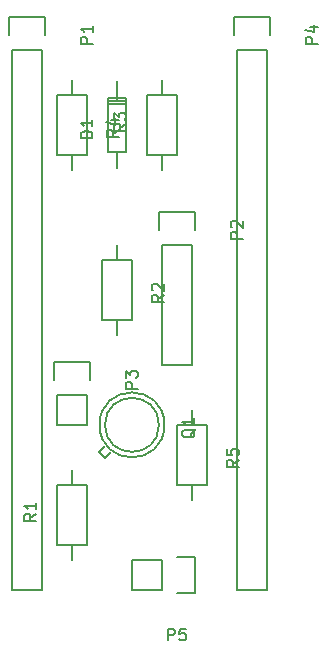
<source format=gbr>
G04 #@! TF.FileFunction,Legend,Top*
%FSLAX46Y46*%
G04 Gerber Fmt 4.6, Leading zero omitted, Abs format (unit mm)*
G04 Created by KiCad (PCBNEW 4.0.3+e1-6302~38~ubuntu16.04.1-stable) date Tue Aug 16 16:02:34 2016*
%MOMM*%
%LPD*%
G01*
G04 APERTURE LIST*
%ADD10C,0.100000*%
%ADD11C,0.150000*%
G04 APERTURE END LIST*
D10*
D11*
X68582540Y-86106520D02*
X68582540Y-87503520D01*
X68582540Y-81661520D02*
X68582540Y-80137520D01*
X69344540Y-82042520D02*
X67820540Y-82042520D01*
X69344540Y-81788520D02*
X67820540Y-81788520D01*
X68582540Y-81534520D02*
X67820540Y-81534520D01*
X67820540Y-81534520D02*
X67820540Y-86106520D01*
X67820540Y-86106520D02*
X69344540Y-86106520D01*
X69344540Y-86106520D02*
X69344540Y-81534520D01*
X69344540Y-81534520D02*
X68582540Y-81534520D01*
X59690000Y-77470000D02*
X59690000Y-123190000D01*
X59690000Y-123190000D02*
X62230000Y-123190000D01*
X62230000Y-123190000D02*
X62230000Y-77470000D01*
X59410000Y-74650000D02*
X59410000Y-76200000D01*
X59690000Y-77470000D02*
X62230000Y-77470000D01*
X62510000Y-76200000D02*
X62510000Y-74650000D01*
X62510000Y-74650000D02*
X59410000Y-74650000D01*
X72390000Y-93980000D02*
X72390000Y-104140000D01*
X72390000Y-104140000D02*
X74930000Y-104140000D01*
X74930000Y-104140000D02*
X74930000Y-93980000D01*
X72110000Y-91160000D02*
X72110000Y-92710000D01*
X72390000Y-93980000D02*
X74930000Y-93980000D01*
X75210000Y-92710000D02*
X75210000Y-91160000D01*
X75210000Y-91160000D02*
X72110000Y-91160000D01*
X63220000Y-103860000D02*
X63220000Y-105410000D01*
X63500000Y-109220000D02*
X63500000Y-106680000D01*
X63500000Y-106680000D02*
X66040000Y-106680000D01*
X66320000Y-105410000D02*
X66320000Y-103860000D01*
X66320000Y-103860000D02*
X63220000Y-103860000D01*
X66040000Y-106680000D02*
X66040000Y-109220000D01*
X66040000Y-109220000D02*
X63500000Y-109220000D01*
X78740000Y-77470000D02*
X78740000Y-123190000D01*
X78740000Y-123190000D02*
X81280000Y-123190000D01*
X81280000Y-123190000D02*
X81280000Y-77470000D01*
X78460000Y-74650000D02*
X78460000Y-76200000D01*
X78740000Y-77470000D02*
X81280000Y-77470000D01*
X81560000Y-76200000D02*
X81560000Y-74650000D01*
X81560000Y-74650000D02*
X78460000Y-74650000D01*
X75210000Y-120370000D02*
X73660000Y-120370000D01*
X69850000Y-120650000D02*
X72390000Y-120650000D01*
X72390000Y-120650000D02*
X72390000Y-123190000D01*
X73660000Y-123470000D02*
X75210000Y-123470000D01*
X75210000Y-123470000D02*
X75210000Y-120370000D01*
X72390000Y-123190000D02*
X69850000Y-123190000D01*
X69850000Y-123190000D02*
X69850000Y-120650000D01*
X67564000Y-112014000D02*
X68072000Y-111506000D01*
X67564000Y-110998000D02*
X67056000Y-111506000D01*
X67056000Y-111506000D02*
X67564000Y-112014000D01*
X72136000Y-109220000D02*
G75*
G03X72136000Y-109220000I-2286000J0D01*
G01*
X72600000Y-109220000D02*
G75*
G03X72600000Y-109220000I-2750000J0D01*
G01*
X63500000Y-119380000D02*
X63500000Y-114300000D01*
X63500000Y-114300000D02*
X66040000Y-114300000D01*
X66040000Y-114300000D02*
X66040000Y-119380000D01*
X66040000Y-119380000D02*
X63500000Y-119380000D01*
X64770000Y-119380000D02*
X64770000Y-120650000D01*
X64770000Y-114300000D02*
X64770000Y-113030000D01*
X69850000Y-95250000D02*
X69850000Y-100330000D01*
X69850000Y-100330000D02*
X67310000Y-100330000D01*
X67310000Y-100330000D02*
X67310000Y-95250000D01*
X67310000Y-95250000D02*
X69850000Y-95250000D01*
X68580000Y-95250000D02*
X68580000Y-93980000D01*
X68580000Y-100330000D02*
X68580000Y-101600000D01*
X71120000Y-86360000D02*
X71120000Y-81280000D01*
X71120000Y-81280000D02*
X73660000Y-81280000D01*
X73660000Y-81280000D02*
X73660000Y-86360000D01*
X73660000Y-86360000D02*
X71120000Y-86360000D01*
X72390000Y-86360000D02*
X72390000Y-87630000D01*
X72390000Y-81280000D02*
X72390000Y-80010000D01*
X66040000Y-81280000D02*
X66040000Y-86360000D01*
X66040000Y-86360000D02*
X63500000Y-86360000D01*
X63500000Y-86360000D02*
X63500000Y-81280000D01*
X63500000Y-81280000D02*
X66040000Y-81280000D01*
X64770000Y-81280000D02*
X64770000Y-80010000D01*
X64770000Y-86360000D02*
X64770000Y-87630000D01*
X76200000Y-109220000D02*
X76200000Y-114300000D01*
X76200000Y-114300000D02*
X73660000Y-114300000D01*
X73660000Y-114300000D02*
X73660000Y-109220000D01*
X73660000Y-109220000D02*
X76200000Y-109220000D01*
X74930000Y-109220000D02*
X74930000Y-107950000D01*
X74930000Y-114300000D02*
X74930000Y-115570000D01*
X66494921Y-84908615D02*
X65494921Y-84908615D01*
X65494921Y-84670520D01*
X65542540Y-84527662D01*
X65637778Y-84432424D01*
X65733016Y-84384805D01*
X65923492Y-84337186D01*
X66066350Y-84337186D01*
X66256826Y-84384805D01*
X66352064Y-84432424D01*
X66447302Y-84527662D01*
X66494921Y-84670520D01*
X66494921Y-84908615D01*
X66494921Y-83384805D02*
X66494921Y-83956234D01*
X66494921Y-83670520D02*
X65494921Y-83670520D01*
X65637778Y-83765758D01*
X65733016Y-83860996D01*
X65780635Y-83956234D01*
X66512381Y-76938095D02*
X65512381Y-76938095D01*
X65512381Y-76557142D01*
X65560000Y-76461904D01*
X65607619Y-76414285D01*
X65702857Y-76366666D01*
X65845714Y-76366666D01*
X65940952Y-76414285D01*
X65988571Y-76461904D01*
X66036190Y-76557142D01*
X66036190Y-76938095D01*
X66512381Y-75414285D02*
X66512381Y-75985714D01*
X66512381Y-75700000D02*
X65512381Y-75700000D01*
X65655238Y-75795238D01*
X65750476Y-75890476D01*
X65798095Y-75985714D01*
X79212381Y-93448095D02*
X78212381Y-93448095D01*
X78212381Y-93067142D01*
X78260000Y-92971904D01*
X78307619Y-92924285D01*
X78402857Y-92876666D01*
X78545714Y-92876666D01*
X78640952Y-92924285D01*
X78688571Y-92971904D01*
X78736190Y-93067142D01*
X78736190Y-93448095D01*
X78307619Y-92495714D02*
X78260000Y-92448095D01*
X78212381Y-92352857D01*
X78212381Y-92114761D01*
X78260000Y-92019523D01*
X78307619Y-91971904D01*
X78402857Y-91924285D01*
X78498095Y-91924285D01*
X78640952Y-91971904D01*
X79212381Y-92543333D01*
X79212381Y-91924285D01*
X70322381Y-106148095D02*
X69322381Y-106148095D01*
X69322381Y-105767142D01*
X69370000Y-105671904D01*
X69417619Y-105624285D01*
X69512857Y-105576666D01*
X69655714Y-105576666D01*
X69750952Y-105624285D01*
X69798571Y-105671904D01*
X69846190Y-105767142D01*
X69846190Y-106148095D01*
X69322381Y-105243333D02*
X69322381Y-104624285D01*
X69703333Y-104957619D01*
X69703333Y-104814761D01*
X69750952Y-104719523D01*
X69798571Y-104671904D01*
X69893810Y-104624285D01*
X70131905Y-104624285D01*
X70227143Y-104671904D01*
X70274762Y-104719523D01*
X70322381Y-104814761D01*
X70322381Y-105100476D01*
X70274762Y-105195714D01*
X70227143Y-105243333D01*
X85562381Y-76938095D02*
X84562381Y-76938095D01*
X84562381Y-76557142D01*
X84610000Y-76461904D01*
X84657619Y-76414285D01*
X84752857Y-76366666D01*
X84895714Y-76366666D01*
X84990952Y-76414285D01*
X85038571Y-76461904D01*
X85086190Y-76557142D01*
X85086190Y-76938095D01*
X84895714Y-75509523D02*
X85562381Y-75509523D01*
X84514762Y-75747619D02*
X85229048Y-75985714D01*
X85229048Y-75366666D01*
X72921905Y-127472381D02*
X72921905Y-126472381D01*
X73302858Y-126472381D01*
X73398096Y-126520000D01*
X73445715Y-126567619D01*
X73493334Y-126662857D01*
X73493334Y-126805714D01*
X73445715Y-126900952D01*
X73398096Y-126948571D01*
X73302858Y-126996190D01*
X72921905Y-126996190D01*
X74398096Y-126472381D02*
X73921905Y-126472381D01*
X73874286Y-126948571D01*
X73921905Y-126900952D01*
X74017143Y-126853333D01*
X74255239Y-126853333D01*
X74350477Y-126900952D01*
X74398096Y-126948571D01*
X74445715Y-127043810D01*
X74445715Y-127281905D01*
X74398096Y-127377143D01*
X74350477Y-127424762D01*
X74255239Y-127472381D01*
X74017143Y-127472381D01*
X73921905Y-127424762D01*
X73874286Y-127377143D01*
X75223619Y-109569238D02*
X75176000Y-109664476D01*
X75080762Y-109759714D01*
X74937905Y-109902571D01*
X74890286Y-109997810D01*
X74890286Y-110093048D01*
X75128381Y-110045429D02*
X75080762Y-110140667D01*
X74985524Y-110235905D01*
X74795048Y-110283524D01*
X74461714Y-110283524D01*
X74271238Y-110235905D01*
X74176000Y-110140667D01*
X74128381Y-110045429D01*
X74128381Y-109854952D01*
X74176000Y-109759714D01*
X74271238Y-109664476D01*
X74461714Y-109616857D01*
X74795048Y-109616857D01*
X74985524Y-109664476D01*
X75080762Y-109759714D01*
X75128381Y-109854952D01*
X75128381Y-110045429D01*
X75128381Y-108664476D02*
X75128381Y-109235905D01*
X75128381Y-108950191D02*
X74128381Y-108950191D01*
X74271238Y-109045429D01*
X74366476Y-109140667D01*
X74414095Y-109235905D01*
X61722261Y-116757746D02*
X61246070Y-117091080D01*
X61722261Y-117329175D02*
X60722261Y-117329175D01*
X60722261Y-116948222D01*
X60769880Y-116852984D01*
X60817499Y-116805365D01*
X60912737Y-116757746D01*
X61055594Y-116757746D01*
X61150832Y-116805365D01*
X61198451Y-116852984D01*
X61246070Y-116948222D01*
X61246070Y-117329175D01*
X61722261Y-115805365D02*
X61722261Y-116376794D01*
X61722261Y-116091080D02*
X60722261Y-116091080D01*
X60865118Y-116186318D01*
X60960356Y-116281556D01*
X61007975Y-116376794D01*
X72532501Y-98205586D02*
X72056310Y-98538920D01*
X72532501Y-98777015D02*
X71532501Y-98777015D01*
X71532501Y-98396062D01*
X71580120Y-98300824D01*
X71627739Y-98253205D01*
X71722977Y-98205586D01*
X71865834Y-98205586D01*
X71961072Y-98253205D01*
X72008691Y-98300824D01*
X72056310Y-98396062D01*
X72056310Y-98777015D01*
X71627739Y-97824634D02*
X71580120Y-97777015D01*
X71532501Y-97681777D01*
X71532501Y-97443681D01*
X71580120Y-97348443D01*
X71627739Y-97300824D01*
X71722977Y-97253205D01*
X71818215Y-97253205D01*
X71961072Y-97300824D01*
X72532501Y-97872253D01*
X72532501Y-97253205D01*
X69342261Y-83737746D02*
X68866070Y-84071080D01*
X69342261Y-84309175D02*
X68342261Y-84309175D01*
X68342261Y-83928222D01*
X68389880Y-83832984D01*
X68437499Y-83785365D01*
X68532737Y-83737746D01*
X68675594Y-83737746D01*
X68770832Y-83785365D01*
X68818451Y-83832984D01*
X68866070Y-83928222D01*
X68866070Y-84309175D01*
X68342261Y-83404413D02*
X68342261Y-82785365D01*
X68723213Y-83118699D01*
X68723213Y-82975841D01*
X68770832Y-82880603D01*
X68818451Y-82832984D01*
X68913690Y-82785365D01*
X69151785Y-82785365D01*
X69247023Y-82832984D01*
X69294642Y-82880603D01*
X69342261Y-82975841D01*
X69342261Y-83261556D01*
X69294642Y-83356794D01*
X69247023Y-83404413D01*
X68722501Y-84235586D02*
X68246310Y-84568920D01*
X68722501Y-84807015D02*
X67722501Y-84807015D01*
X67722501Y-84426062D01*
X67770120Y-84330824D01*
X67817739Y-84283205D01*
X67912977Y-84235586D01*
X68055834Y-84235586D01*
X68151072Y-84283205D01*
X68198691Y-84330824D01*
X68246310Y-84426062D01*
X68246310Y-84807015D01*
X68055834Y-83378443D02*
X68722501Y-83378443D01*
X67674882Y-83616539D02*
X68389168Y-83854634D01*
X68389168Y-83235586D01*
X78882501Y-112175586D02*
X78406310Y-112508920D01*
X78882501Y-112747015D02*
X77882501Y-112747015D01*
X77882501Y-112366062D01*
X77930120Y-112270824D01*
X77977739Y-112223205D01*
X78072977Y-112175586D01*
X78215834Y-112175586D01*
X78311072Y-112223205D01*
X78358691Y-112270824D01*
X78406310Y-112366062D01*
X78406310Y-112747015D01*
X77882501Y-111270824D02*
X77882501Y-111747015D01*
X78358691Y-111794634D01*
X78311072Y-111747015D01*
X78263453Y-111651777D01*
X78263453Y-111413681D01*
X78311072Y-111318443D01*
X78358691Y-111270824D01*
X78453930Y-111223205D01*
X78692025Y-111223205D01*
X78787263Y-111270824D01*
X78834882Y-111318443D01*
X78882501Y-111413681D01*
X78882501Y-111651777D01*
X78834882Y-111747015D01*
X78787263Y-111794634D01*
M02*

</source>
